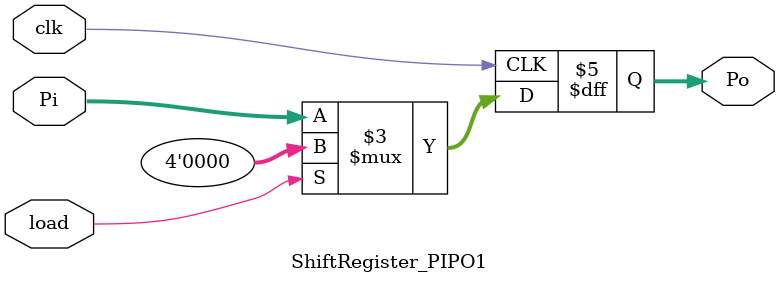
<source format=v>
module testing(a,b,pi,load,clk);
  input[3:0]a,b,pi;
  input load,clk;
  //output reg [3:0]out;
  reg [3:0]c;
  wire Serial_Out;
  wire co;
  wire [3:0]muxout,adderout,feedback,feedback1;
  
  
  Shiftregister_PISO p(clk,pi,load,Serial_Out);
  ShiftRegister_PIPO w(load,adderout,feedback);
  mux1 l(muxout,a,b,Serial_Out,clk);
  ShiftRegister_PIPO1 q(load,clk,feedback,feedback1);
  fullmodu u(muxout,feedback1,adderout,co);
  
endmodule
module ShiftRegister_PIPO1(load,clk,Pi,Po);
input [3:0]Pi;
input load,clk;
output reg [3:0]Po;
always @(posedge clk)
begin
  if(load)
    begin
      Po<=0;
    end
  else
    begin
      Po <= Pi;

    end
end

endmodule

</source>
